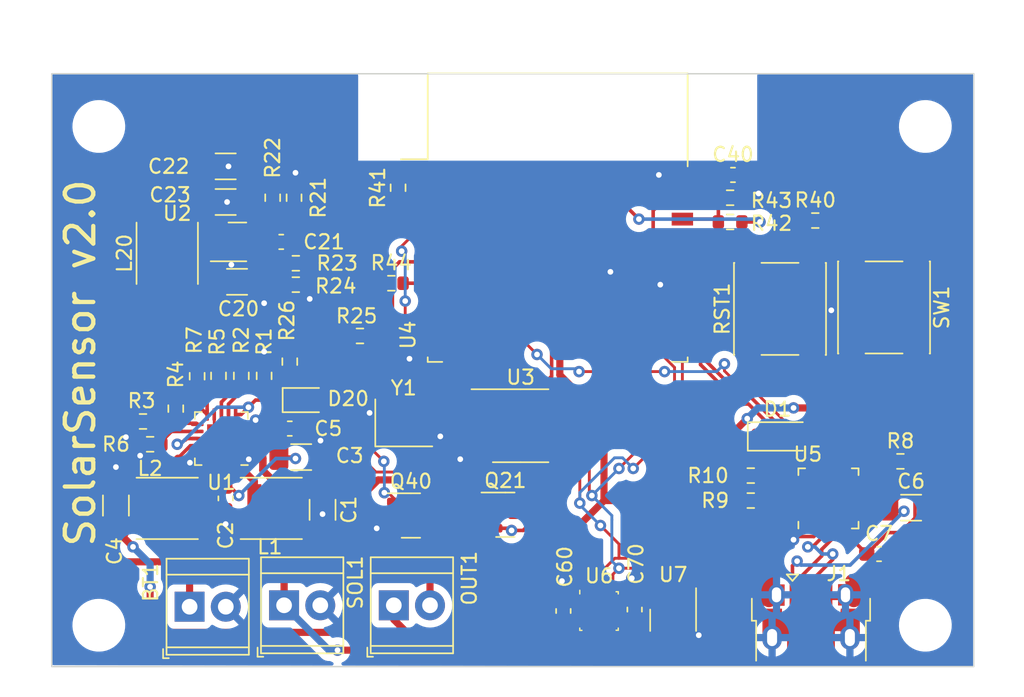
<source format=kicad_pcb>
(kicad_pcb (version 20221018) (generator pcbnew)
  (layers (0 "F.Cu" signal) (31 "B.Cu" signal) (34 "B.Paste" user) (35 "F.Paste" user) (36 "B.SilkS" user "B.Silkscreen") (37 "F.SilkS" user "F.Silkscreen") (38 "B.Mask" user) (39 "F.Mask" user) (44 "Edge.Cuts" user))
  (net 0 "")
  (net 1 "GND")
  (net 2 "VDC")
  (net 3 "SOLAR_IN")
  (net 4 "Net-(U1-VOC_SAMP)")
  (net 5 "+3.3VP")
  (net 6 "Net-(U1-VREF_SAMP)")
  (net 7 "Net-(D1-A)")
  (net 8 "+3V3")
  (net 9 "ESP_RXD")
  (net 10 "Net-(U5-VDD)")
  (net 11 "Net-(U2-VINA)")
  (net 12 "Net-(U4-TOUT)")
  (net 13 "Net-(J1-D-)")
  (net 14 "Net-(J1-D+)")
  (net 16 "V_EN")
  (net 17 "_RTC_ALERT")
  (net 18 "ESP_TXD")
  (net 19 "Net-(U1-LBOOST)")
  (net 20 "Net-(U1-LBUCK)")
  (net 21 "Net-(U2-L1)")
  (net 22 "Net-(U2-L2)")
  (net 23 "Net-(OUT1-Pin_2)")
  (net 24 "Net-(Q40-G)")
  (net 25 "PSAVE")
  (net 26 "POWER_EN")
  (net 27 "/VBAT_OK")
  (net 28 "Net-(U1-VBAT_OV)")
  (net 29 "Net-(U1-VRDIV)")
  (net 30 "/SDA")
  (net 31 "/SCL")
  (net 32 "Net-(U1-OK_PROG)")
  (net 33 "Net-(U1-OK_HYST)")
  (net 34 "/RST")
  (net 35 "Net-(U1-VOUT_SET)")
  (net 36 "Net-(U5-~{RST})")
  (net 37 "Net-(U5-TXD)")
  (net 38 "Net-(U5-RXD)")
  (net 39 "Net-(U2-FB)")
  (net 40 "Net-(U4-EN)")
  (net 41 "Net-(U4-IO15)")
  (net 42 "Net-(U4-IO0)")
  (net 43 "Net-(U3-OSCI)")
  (net 44 "Net-(U3-OSCO)")
  (footprint "MountingHole:MountingHole_3.2mm_M3" (layer "F.Cu") (at 199 128)
    (fp_text reference "H4" hide)
    (fp_text value "MountingHole_Pad")
  )
  (footprint "TerminalBlock_TE-Connectivity:TerminalBlock_TE_282834-2_1x02_P2.54mm_Horizontal" (layer "F.Cu") (at 154 126.6)
    (fp_text reference "SOL1")
    (fp_text value "Screw_Terminal_01x02")
  )
  (footprint "Button_Switch_SMD:SW_Push_1P1T_NO_6x6mm_H9.5mm" (layer "F.Cu") (at 196.1 105.7 -90)
    (fp_text reference "SW1")
    (fp_text value "SW_Push")
  )
  (footprint "RF_Module:ESP-WROOM-02" (layer "F.Cu") (at 173.2 102.5)
    (fp_text reference "U4")
    (fp_text value "ESP-WROOM-02")
  )
  (footprint "Package_SO:SOIC-8_3.9x4.9mm_P1.27mm" (layer "F.Cu") (at 170.6 114)
    (fp_text reference "U3")
    (fp_text value "PCF8563T")
  )
  (footprint "Resistor_SMD:R_0603_1608Metric" (layer "F.Cu") (at 149.4 110.5 90)
    (fp_text reference "R5")
    (fp_text value "154k")
  )
  (footprint "Package_DFN_QFN:QFN-20-1EP_3.5x3.5mm_P0.5mm_EP2x2mm" (layer "F.Cu") (at 149.6 114.9 180)
    (fp_text reference "U1")
    (fp_text value "BQ25570")
  )
  (footprint "Resistor_SMD:R_0603_1608Metric" (layer "F.Cu") (at 146.4 112.8 90)
    (fp_text reference "R4")
    (fp_text value "5.49M")
  )
  (footprint "Diode_SMD:D_SOD-123F" (layer "F.Cu") (at 188.75 114.75)
    (fp_text reference "D1")
    (fp_text value "PMEG6010CEH")
  )
  (footprint "Connector_USB:USB_Micro-B_Amphenol_10103594-0001LF_Horizontal" (layer "F.Cu") (at 191 127.75)
    (fp_text reference "J1")
    (fp_text value "USB_B_Micro")
  )
  (footprint "Capacitor_SMD:C_1206_3216Metric_Pad1.33x1.80mm_HandSolder" (layer "F.Cu") (at 149.9 95.8)
    (fp_text reference "C22")
    (fp_text value "22uF")
  )
  (footprint "MountingHole:MountingHole_3.2mm_M3" (layer "F.Cu") (at 199 93)
    (fp_text reference "H2" hide)
    (fp_text value "MountingHole_Pad")
  )
  (footprint "Capacitor_SMD:C_1206_3216Metric_Pad1.33x1.80mm_HandSolder" (layer "F.Cu") (at 149.9 98.3)
    (fp_text reference "C23")
    (fp_text value "22uF")
  )
  (footprint "Capacitor_SMD:C_1206_3216Metric_Pad1.33x1.80mm_HandSolder" (layer "F.Cu") (at 155.2 116.2)
    (fp_text reference "C3")
    (fp_text value "10uF")
  )
  (footprint "Resistor_SMD:R_0603_1608Metric" (layer "F.Cu") (at 162 97.3 90)
    (fp_text reference "R41")
    (fp_text value "10k")
  )
  (footprint "Resistor_SMD:R_0603_1608Metric" (layer "F.Cu") (at 152.6 110.5 90)
    (fp_text reference "R1")
    (fp_text value "5.62M")
  )
  (footprint "Capacitor_SMD:C_1206_3216Metric_Pad1.33x1.80mm_HandSolder" (layer "F.Cu") (at 156.7 119.9 -90)
    (fp_text reference "C1")
    (fp_text value "10uF")
  )
  (footprint "Inductor_SMD:L_Coilcraft_XxL4040" (layer "F.Cu") (at 145.8 101.9 90)
    (fp_text reference "L20")
    (fp_text value "2.2uH")
  )
  (footprint "Inductor_SMD:L_Coilcraft_XxL4040" (layer "F.Cu") (at 153.1 119.8 180)
    (fp_text reference "L1")
    (fp_text value "22uH")
  )
  (footprint "Package_LGA:Bosch_LGA-8_3x3mm_P0.8mm_ClockwisePinNumbering" (layer "F.Cu") (at 181.3 126.9)
    (fp_text reference "U7")
    (fp_text value "BME680")
  )
  (footprint "Resistor_SMD:R_0603_1608Metric" (layer "F.Cu") (at 159.325 107.7 180)
    (fp_text reference "R25")
    (fp_text value "1k")
  )
  (footprint "Package_DFN_QFN:QFN-24-1EP_4x4mm_P0.5mm_EP2.6x2.6mm" (layer "F.Cu") (at 192.2 119.1 90)
    (fp_text reference "U5")
    (fp_text value "CP2102N-Axx-xQFN24")
  )
  (footprint "Capacitor_SMD:C_0603_1608Metric_Pad1.08x0.95mm_HandSolder" (layer "F.Cu") (at 173.6 127 90)
    (fp_text reference "C60")
    (fp_text value "100nF")
  )
  (footprint "Resistor_SMD:R_0603_1608Metric" (layer "F.Cu") (at 154.825 102.6 180)
    (fp_text reference "R23")
    (fp_text value "DNC")
  )
  (footprint "Resistor_SMD:R_0603_1608Metric" (layer "F.Cu") (at 154.4 109.5 -90)
    (fp_text reference "R26")
    (fp_text value "DNC")
  )
  (footprint "Capacitor_SMD:C_0603_1608Metric_Pad1.08x0.95mm_HandSolder" (layer "F.Cu") (at 153.8 101.1)
    (fp_text reference "C21")
    (fp_text value "100nF")
  )
  (footprint "Capacitor_SMD:C_1206_3216Metric_Pad1.33x1.80mm_HandSolder" (layer "F.Cu") (at 142.2 119.6 90)
    (fp_text reference "C4")
    (fp_text value "10uF")
  )
  (footprint "Capacitor_SMD:C_0603_1608Metric_Pad1.08x0.95mm_HandSolder" (layer "F.Cu") (at 154.4 114.2)
    (fp_text reference "C5")
    (fp_text value "10nF")
  )
  (footprint "Resistor_SMD:R_0603_1608Metric" (layer "F.Cu") (at 144.6 115.3 180)
    (fp_text reference "R6")
    (fp_text value "4.7M")
  )
  (footprint "Package_LGA:Bosch_LGA-8_2.5x2.5mm_P0.65mm_ClockwisePinNumbering" (layer "F.Cu") (at 176.1 127)
    (fp_text reference "U6")
    (fp_text value "BME280")
  )
  (footprint "Package_TO_SOT_SMD:SOT-23" (layer "F.Cu") (at 162.9 120.3)
    (fp_text reference "Q40")
    (fp_text value "AO3400A")
  )
  (footprint "Resistor_SMD:R_0603_1608Metric" (layer "F.Cu") (at 185.3 99.7)
    (fp_text reference "R42")
    (fp_text value "820k")
  )
  (footprint "TerminalBlock_TE-Connectivity:TerminalBlock_TE_282834-2_1x02_P2.54mm_Horizontal" (layer "F.Cu") (at 161.7 126.6)
    (fp_text reference "OUT1")
    (fp_text value "Screw_Terminal_01x02")
  )
  (footprint "Resistor_SMD:R_0603_1608Metric" (layer "F.Cu") (at 154.825 104.1)
    (fp_text reference "R24")
    (fp_text value "1k")
  )
  (footprint "MountingHole:MountingHole_3.2mm_M3" (layer "F.Cu") (at 141 93)
    (fp_text reference "H1" hide)
    (fp_text value "MountingHole_Pad")
  )
  (footprint "Resistor_SMD:R_0603_1608Metric" (layer "F.Cu") (at 161.525 104)
    (fp_text reference "R44")
    (fp_text value "10k")
  )
  (footprint "TerminalBlock_TE-Connectivity:TerminalBlock_TE_282834-2_1x02_P2.54mm_Horizontal" (layer "F.Cu") (at 147.37 126.7)
    (fp_text reference "BT1")
    (fp_text value "Battery_Cell")
  )
  (footprint "Button_Switch_SMD:SW_Push_1P1T_NO_6x6mm_H9.5mm" (layer "F.Cu") (at 188.8 105.8 90)
    (fp_text reference "RST1")
    (fp_text value "SW_Push")
  )
  (footprint "Crystal:Crystal_SMD_3225-4Pin_3.2x2.5mm" (layer "F.Cu") (at 162.4 113.8)
    (fp_text reference "Y1")
    (fp_text value "Crystal_GND24")
  )
  (footprint "Capacitor_SMD:C_1206_3216Metric_Pad1.33x1.80mm_HandSolder" (layer "F.Cu") (at 198 119.75)
    (fp_text reference "C6")
    (fp_text value "10uF")
  )
  (footprint "Resistor_SMD:R_0603_1608Metric" (layer "F.Cu") (at 147.9 110.525 -90)
    (fp_text reference "R7")
    (fp_text value "8.2M")
  )
  (footprint "Resistor_SMD:R_0603_1608Metric" (layer "F.Cu") (at 154.7 98 90)
    (fp_text reference "R21")
    (fp_text value "180k")
  )
  (footprint "Resistor_SMD:R_0603_1608Metric" (layer "F.Cu") (at 151 110.5 -90)
    (fp_text reference "R2")
    (fp_text value "7.32M")
  )
  (footprint "Resistor_SMD:R_0603_1608Metric" (layer "F.Cu") (at 191.275 99.6)
    (fp_text reference "R40")
    (fp_text value "10k")
  )
  (footprint "Inductor_SMD:L_Coilcraft_XxL4040" (layer "F.Cu") (at 145.8 119.8 180)
    (fp_text reference "L2")
    (fp_text value "10uH")
  )
  (footprint "Resistor_SMD:R_0603_1608Metric" (layer "F.Cu") (at 197.25 116.5)
    (fp_text reference "R8")
    (fp_text value "1k")
  )
  (footprint "Capacitor_SMD:C_1206_3216Metric_Pad1.33x1.80mm_HandSolder" (layer "F.Cu") (at 150.7 103.9)
    (fp_text reference "C20")
    (fp_text value "10uF")
  )
  (footprint "Capacitor_SMD:C_0603_1608Metric_Pad1.08x0.95mm_HandSolder" (layer "F.Cu") (at 195.75 123)
    (fp_text reference "C7")
    (fp_text value "100nF")
  )
  (footprint "Resistor_SMD:R_0603_1608Metric" (layer "F.Cu") (at 153.2 98 -90)
    (fp_text reference "R22")
    (fp_text value "1M")
  )
  (footprint "Capacitor_SMD:C_0603_1608Metric_Pad1.08x0.95mm_HandSolder" (layer "F.Cu") (at 178.6 126.9 90)
    (fp_text reference "C70")
    (fp_text value "100nF")
  )
  (footprint "Resistor_SMD:R_0603_1608Metric" (layer "F.Cu") (at 185.3 98 180)
    (fp_text reference "R43")
    (fp_text value "220k")
  )
  (footprint "Diode_SMD:D_SOD-323F" (layer "F.Cu") (at 155.4 112.2)
    (fp_text reference "D20")
    (fp_text value "PMEG4005CEJ")
  )
  (footprint "Resistor_SMD:R_0603_1608Metric" (layer "F.Cu") (at 186.75 117.5 180)
    (fp_text reference "R10")
    (fp_text value "2.2k")
  )
  (footprint "Package_TO_SOT_SMD:SOT-23" (layer "F.Cu") (at 169.525296 120.246724)
    (fp_text reference "Q21")
    (fp_text value "AO3401A")
  )
  (footprint "Resistor_SMD:R_0603_1608Metric" (layer "F.Cu") (at 144.1 113.7 180)
    (fp_text reference "R3")
    (fp_text value "5.62M")
  )
  (footprint "Resistor_SMD:R_0603_1608Metric" (layer "F.Cu") (at 186.75 119.25 180)
    (fp_text reference "R9")
    (fp_text value "2.2k")
  )
  (footprint "MountingHole:MountingHole_3.2mm_M3" (layer "F.Cu") (at 141 128)
    (fp_text reference "H3" hide)
    (fp_text value "MountingHole_Pad")
  )
  (footprint "Package_SON:WSON-10-1EP_2.5x2.5mm_P0.5mm_EP1.2x2mm" (layer "F.Cu") (at 150.1 101.1)
    (fp_text reference "U2")
    (fp_text value "TPS63030DSK")
  )
  (footprint "Capacitor_SMD:C_0603_1608Metric_Pad1.08x0.95mm_HandSolder" (layer "F.Cu") (at 149.9 119.1 -90)
    (fp_text reference "C2")
    (fp_text value "10nF")
  )
  (footprint "Capacitor_SMD:C_0603_1608Metric_Pad1.08x0.95mm_HandSolder" (layer "F.Cu") (at 185.5 96.4)
    (fp_text reference "C40")
    (fp_text value "100nF")
  )
  (gr_rect (start 137.7 89.3) (end 202.4 130.9) (stroke (width 0.1)) (fill none) (layer "Edge.Cuts"))
  (gr_text "SolarSensor v2.0\n" (at 139.7 109.6 90) (layer "F.SilkS") (effects (font (size 2 2) (thickness 0.3))))
  (segment (start 180.4 96.5) (end 180.3 96.4) (width 0.2) (layer "F.Cu") (net 1))
  (segment (start 151.23798 115.85048) (end 150.55048 115.85048) (width 0.2) (layer "F.Cu") (net 1))
  (segment (start 161.3 112.95) (end 160.15952 112.95) (width 0.25) (layer "F.Cu") (net 1))
  (segment (start 181.95 104) (end 180.5 104) (width 0.2) (layer "F.Cu") (net 1))
  (segment (start 150.55048 113.94952) (end 149.6 114.9) (width 0.2) (layer "F.Cu") (net 1))
  (segment (start 150.1 102.5) (end 150.3 102.7) (width 0.25) (layer "F.Cu") (net 1))
  (segment (start 152.2625 105.0625) (end 152.6 105.4) (width 0.25) (layer "F.Cu") (net 1))
  (segment (start 149.1 114.4) (end 149.6 114.9) (width 0.2) (layer "F.Cu") (net 1))
  (segment (start 193.975 126.235) (end 193.975 125.015) (width 1) (layer "F.Cu") (net 1))
  (segment (start 193.875 125.865) (end 193.875 125.7375) (width 0.25) (layer "F.Cu") (net 1))
  (segment (start 155.2625 114.7) (end 156.7625 116.2) (width 0.5) (layer "F.Cu") (net 1))
  (segment (start 143.9 115.8) (end 143.9 116.1) (width 0.25) (layer "F.Cu") (net 1))
  (segment (start 149.9 119.9625) (end 149.9 120.9) (width 0.2) (layer "F.Cu") (net 1))
  (segment (start 143.275 113.7) (end 143.275 114.425) (width 0.2) (layer "F.Cu") (net 1))
  (segment (start 191.17474 121.775) (end 189.975 121.775) (width 0.25) (layer "F.Cu") (net 1))
  (segment (start 149.1 115.4) (end 149.6 114.9) (width 0.2) (layer "F.Cu") (net 1))
  (segment (start 199.5625 120.9375) (end 199.5625 119.75) (width 0.25) (layer "F.Cu") (net 1))
  (segment (start 150.55048 115.85048) (end 149.6 114.9) (width 0.2) (layer "F.Cu") (net 1))
  (segment (start 152.6 109.675) (end 152.6 108.8) (width 0.5) (layer "F.Cu") (net 1))
  (segment (start 151.4625 98.3) (end 151.4625 95.8) (width 0.25) (layer "F.Cu") (net 1))
  (segment (start 163.4 114.65) (end 161.7 112.95) (width 0.25) (layer "F.Cu") (net 1))
  (segment (start 149.1 113.2125) (end 149.1 114.4) (width 0.2) (layer "F.Cu") (net 1))
  (segment (start 192.275 125.985) (end 193.275 125.985) (width 0.5) (layer "F.Cu") (net 1))
  (segment (start 193.275 125.985) (end 193.395 125.865) (width 0.5) (layer "F.Cu") (net 1))
  (segment (start 151.2875 115.9) (end 151.2875 116.117857) (width 0.2) (layer "F.Cu") (net 1))
  (segment (start 192.4 105.9) (end 193.6 105.9) (width 0.2) (layer "F.Cu") (net 1))
  (segment (start 151.2875 113.9) (end 151.7 113.9) (width 0.2) (layer "F.Cu") (net 1))
  (segment (start 151.2875 116.117857) (end 151.523327 116.353684) (width 0.2) (layer "F.Cu") (net 1))
  (segment (start 155.65 104.1) (end 155.65 104.95) (width 0.25) (layer "F.Cu") (net 1))
  (segment (start 150.6 100.6) (end 150.1 101.1) (width 0.25) (layer "F.Cu") (net 1))
  (segment (start 161.9625 121.25) (end 160.55 121.25) (width 0.25) (layer "F.Cu") (net 1))
  (segment (start 196.6125 123) (end 197.5 123) (width 0.25) (layer "F.Cu") (net 1))
  (segment (start 152.2625 103.9) (end 152.2625 105.0625) (width 0.25) (layer "F.Cu") (net 1))
  (segment (start 190.015 128.185) (end 188.515 128.185) (width 1) (layer "F.Cu") (net 1))
  (segment (start 147.9125 115.9) (end 147.96202 115.85048) (width 0.2) (layer "F.Cu") (net 1))
  (segment (start 164.45 108.5) (end 163.6 108.5) (width 0.25) (layer "F.Cu") (net 1))
  (segment (start 193.975 125.015) (end 193.875 124.915) (width 1) (layer "F.Cu") (net 1))
  (segment (start 156.7625 116.2) (end 156.7625 115.251744) (width 0.5) (layer "F.Cu") (net 1))
  (segment (start 191.45 119.85) (end 192.2 119.1) (width 0.25) (layer "F.Cu") (net 1))
  (segment (start 187 98) (end 187.3 97.7) (width 0.2) (layer "F.Cu") (net 1))
  (segment (start 152.105184 100.6) (end 152.404704 100.30048) (width 0.25) (layer "F.Cu") (net 1))
  (segment (start 164.866072 114.65) (end 164.962796 114.746724) (width 0.25) (layer "F.Cu") (net 1))
  (segment (start 163.6 108.5) (end 162.8 109.3) (width 0.25) (layer "F.Cu") (net 1))
  (segment (start 175.125 126.349022) (end 175.125 125.975) (width 0.2) (layer "F.Cu") (net 1))
  (segment (start 154.7 97.175) (end 154.7 96.35) (width 0.5) (layer "F.Cu") (net 1))
  (segment (start 173.7625 125.975) (end 173.6 126.1375) (width 0.2) (layer "F.Cu") (net 1))
  (segment (start 152.404704 100.30048) (end 153.86298 100.30048) (width 0.25) (layer "F.Cu") (net 1))
  (segment (start 182.5 128.1) (end 183.1 128.7) (width 0.25) (layer "F.Cu") (net 1))
  (segment (start 180.5 104) (end 180.4 104.1) (width 0.2) (layer "F.Cu") (net 1))
  (segment (start 175.125 125.975) (end 173.7625 125.975) (width 0.2) (layer "F.Cu") (net 1))
  (segment (start 160.053276 113.046724) (end 160 113.1) (width 0.25) (layer "F.Cu") (net 1))
  (segment (start 159.6 105.1) (end 160.7 104) (width 0.25) (layer "F.Cu") (net 1))
  (segment (start 197.5 123) (end 199.5625 120.9375) (width 0.25) (layer "F.Cu") (net 1))
  (segment (start 173.6 125) (end 173.5 124.9) (width 0.2) (layer "F.Cu") (net 1))
  (segment (start 188.025 125.035) (end 188.125 124.935) (width 1) (layer "F.Cu") (net 1))
  (segment (start 151.2875 113.9) (end 151.23798 113.94952) (width 0.2) (layer "F.Cu") (net 1))
  (segment (start 166.80452 115.905) (end 166.362796 116.346724) (width 0.25) (layer "F.Cu") (net 1))
  (segment (start 160.062796 113.046724) (end 160.053276 113.046724) (width 0.25) (layer "F.Cu") (net 1))
  (segment (start 188.025 126.235) (end 188.025 125.035) (width 1) (layer "F.Cu") (net 1))
  (segment (start 191.05 106.15) (end 191.05 101.825) (width 0.2) (layer "F.Cu") (net 1))
  (segment (start 155.65 104.95) (end 155.8 105.1) (width 0.25) (layer "F.Cu") (net 1))
  (segment (start 144.075 115.925) (end 143.9 116.1) (width 0.25) (layer "F.Cu") (net 1))
  (segment (start 188.515 128.185) (end 188.245 127.915) (width 1) (layer "F.Cu") (net 1))
  (segment (start 142.9 114.8) (end 143.9 115.8) (width 0.25) (layer "F.Cu") (net 1))
  (segment (start 186.125 98) (end 187 98) (width 0.2) (layer "F.Cu") (net 1))
  (segment (start 174.3 103.11) (end 176.81 103.11) (width 0.2) (layer "F.Cu") (net 1))
  (segment (start 148.8875 101.1) (end 150.1 101.1) (width 0.25) (layer "F.Cu") (net 1))
  (segment (start 155.8 105.1) (end 159.6 105.1) (width 0.25) (layer "F.Cu") (net 1))
  (segment (start 160.55 121.25) (end 160.5 121.2) (width 0.25) (layer "F.Cu") (net 1))
  (segment (start 153.86298 100.30048) (end 154.6625 101.1) (width 0.25) (layer "F.Cu") (net 1))
  (segment (start 155.2625 114.2) (end 155.2625 114.7) (width 0.5) (layer "F.Cu") (net 1))
  (segment (start 163.5 114.65) (end 164.866072 114.65) (width 0.25) (layer "F.Cu") (net 1))
  (segment (start 193.875 125.7375) (end 196.6125 123) (width 0.25) (layer "F.Cu") (net 1))
  (segment (start 189.975 121.775) (end 189.75 122) (width 0.25) (layer "F.Cu") (net 1))
  (segment (start 173.6 126.1375) (end 173.6 125) (width 0.2) (layer "F.Cu") (net 1))
  (segment (start 148.64952 115.85048) (end 149.6 114.9) (width 0.2) (layer "F.Cu") (net 1))
  (segment (start 151.3125 100.6) (end 152.105184 100.6) (width 0.25) (layer "F.Cu") (net 1))
  (segment (start 186.3625 97.7625) (end 186.125 98) (width 0.2) (layer "F.Cu") (net 1))
  (segment (start 191.45 121.49974) (end 191.17474 121.775) (width 0.25) (layer "F.Cu") (net 1))
  (segment (start 147.96202 115.85048) (end 148.64952 115.85048) (width 0.2) (layer "F.Cu") (net 1))
  (segment (start 143.1 116.9) (end 143.9 116.1) (width 0.2) (layer "F.Cu") (net 1))
  (segment (start 192.15 106.15) (end 192.4 105.9) (width 0.2) (layer "F.Cu") (net 1))
  (segment (start 191.05 106.15) (end 192.15 106.15) (width 0.2) (layer "F.Cu") (net 1))
  (segment (start 151.7 113.9) (end 152 113.6) (width 0.2) (layer "F.Cu") (net 1))
  (segment (start 156.7 121.4625) (end 156.7 120.2) (width 0.5) (layer "F.Cu") (net 1))
  (segment (start 163.5 114.65) (end 163.4 114.65) (width 0.25) (layer "F.Cu") (net 1))
  (segment (start 191.05 109.775) (end 191.05 106.15) (width 0.2) (layer "F.Cu") (net 1))
  (segment (start 147.9125 116.073624) (end 147.393062 116.593062) (width 0.25) (layer "F.Cu") (net 1))
  (segment (start 178.925 125.7125) (end 178.6 126.0375) (width 0.2) (layer "F.Cu") (net 1))
  (segment (start 147.9125 115.9) (end 147.9125 116.073624) (width 0.25) (layer "F.Cu") (net 1))
  (segment (start 156.7625 115.251744) (end 156.555378 115.044622) (width 0.5) (layer "F.Cu") (net 1))
  (segment (start 193.705 127.915) (end 192.205 127.915) (width 1) (layer "F.Cu") (net 1))
  (segment (start 176.81 103.11) (end 176.9 103.2) (width 0.2) (layer "F.Cu") (net 1))
  (segment (start 168.125 115.905) (end 166.80452 115.905) (width 0.25) (layer "F.Cu") (net 1))
  (segment (start 178.6 124.9) (end 178.4 124.7) (width 0.2) (layer "F.Cu") (net 1))
  (segment (start 143.275 114.425) (end 142.9 114.8) (width 0.2) (layer "F.Cu") (net 1))
  (segment (start 161.7 112.95) (end 161.3 112.95) (width 0.25) (layer "F.Cu") (net 1))
  (segment (start 151.4625 98.3) (end 150 98.3) (width 0.25) (layer "F.Cu") (net 1))
  (segment (start 191.45 121.0375) (end 191.45 119.85) (width 0.25) (layer "F.Cu") (net 1))
  (segment (start 193.85 109.675) (end 193.85 101.725) (width 0.2) (layer "F.Cu") (net 1))
  (segment (start 177.075 128.025) (end 177.075 127.5625) (width 0.25) (layer "F.Cu") (net 1))
  (segment (start 152.6 109.675) (end 153.775 109.675) (width 0.5) (layer "F.Cu") (net 1))
  (segment (start 192.205 127.915) (end 191.935 128.185) (width 1) (layer "F.Cu") (net 1))
  (segment (start 151.2875 115.9) (end 151.23798 115.85048) (width 0.2) (layer "F.Cu") (net 1))
  (segment (start 151.23798 113.94952) (end 150.55048 113.94952) (width 0.2) (layer "F.Cu") (net 1))
  (segment (start 177.075 127.5625) (end 178.6 126.0375) (width 0.25) (layer "F.Cu") (net 1))
  (segment (start 181.95 96.5) (end 180.4 96.5) (width 0.2) (layer "F.Cu") (net 1))
  (segment (start 180.1 125.7125) (end 178.925 125.7125) (width 0.2) (layer "F.Cu") (net 1))
  (segment (start 178.6 126.0375) (end 178.6 124.9) (width 0.2) (layer "F.Cu") (net 1))
  (segment (start 182.5 128.0875) (end 182.5 128.1) (width 0.25) (layer "F.Cu") (net 1))
  (segment (start 160.15952 112.95) (end 160.062796 113.046724) (width 0.25) (layer "F.Cu") (net 1))
  (segment (start 180.1 126.7) (end 180.1 125.7125) (width 0.2) (layer "F.Cu") (net 1))
  (segment (start 180.9 127.5) (end 180.1 126.7) (width 0.2) (layer "F.Cu") (net 1))
  (segment (start 154.7 96.35) (end 154.8005 96.2495) (width 0.5) (layer "F.Cu") (net 1))
  (segment (start 149.1 116.5875) (end 149.1 115.4) (width 0.2) (layer "F.Cu") (net 1))
  (segment (start 175.775 126.999022) (end 175.125 126.349022) (width 0.2) (layer "F.Cu") (net 1))
  (segment (start 142.2 118.0375) (end 142.2 116.9) (width 0.2) (layer "F.Cu") (net 1))
  (segment (start 144.075 115.3) (end 144.075 115.925) (width 0.25) (layer "F.Cu") (net 1))
  (segment (start 175.775 128.025) (end 175.775 126.999022) (width 0.2) (layer "F.Cu") (net 1))
  (segment (start 191.45 121.0375) (end 191.45 121.49974) (width 0.25) (layer "F.Cu") (net 1))
  (segment (start 147.9125 115.9) (end 148.212989 115.9) (width 0.25) (layer "F.Cu") (net 1))
  (segment (start 150.1 101.1) (end 150.1 102.5) (width 0.25) (layer "F.Cu") (net 1))
  (segment (start 142.2 116.9) (end 143.1 116.9) (width 0.2) (layer "F.Cu") (net 1))
  (segment (start 151.4625 95.8) (end 150.1 95.8) (width 0.25) (layer "F.Cu") (net 1))
  (segment (start 180.9 128.0875) (end 180.9 127.5) (width 0.2) (layer "F.Cu") (net 1))
  (segment (start 151.3125 100.6) (end 150.6 100.6) (width 0.25) (layer "F.Cu") (net 1))
  (segment (start 193.6 105.9) (end 193.7 105.8) (width 0.2) (layer "F.Cu") (net 1))
  (segment (start 186.3625 96.4) (end 186.3625 97.7625) (width 0.2) (layer "F.Cu") (net 1))
  (segment (start 153.775 109.675) (end 154.5 110.4) (width 0.5) (layer "F.Cu") (net 1))
  (via (at 173.5 124.9) (size 0.8) (drill 0.4) (layers "F.Cu" "B.Cu") (net 1))
  (via (at 156.555378 115.044622) (size 0.8) (drill 0.4) (layers "F.Cu" "B.Cu") (net 1))
  (via (at 154.8005 96.2495) (size 0.8) (drill 0.4) (layers "F.Cu" "B.Cu") (net 1))
  (via (at 178.4 124.7) (size 0.8) (drill 0.4) (layers "F.Cu" "B.Cu") (net 1))
  (via (at 149.9 120.9) (size 0.8) (drill 0.4) (layers "F.Cu" "B.Cu") (net 1))
  (via (at 151.523327 116.353684) (size 0.8) (drill 0.4) (layers "F.Cu" "B.Cu") (net 1))
  (via (at 142.9 114.8) (size 0.8) (drill 0.4) (layers "F.Cu" "B.Cu") (net 1))
  (via (at 192.4 105.9) (size 0.8) (drill 0.4) (layers "F.Cu" "B.Cu") (net 1))
  (via (at 166.362796 116.346724) (size 0.8) (drill 0.4) (layers "F.Cu" "B.Cu") (net 1))
  (via (at 147.393062 116.593062) (size 0.8) (drill 0.4) (layers "F.Cu" "B.Cu") (net 1))
  (via (at 152.6 108.8) (size 0.8) (drill 0.4) (layers "F.Cu" "B.Cu") (net 1))
  (via (at 150.3 102.7) (size 0.8) (drill 0.4) (layers "F.Cu" "B.Cu") (net 1))
  (via (at 189.75 122) (size 0.8) (drill 0.4) (layers "F.Cu" "B.Cu") (net 1))
  (via (at 160.5 121.2) (size 0.8) (drill 0.4) (layers "F.Cu" "B.Cu") (net 1))
  (via (at 183.1 128.7) (size 0.8) (drill 0.4) (layers "F.Cu" "B.Cu") (net 1))
  (via (at 180.3 96.4) (size 0.8) (drill 0.4) (layers "F.Cu" "B.Cu") (net 1))
  (via (at 155.8 105.1) (size 0.8) (drill 0.4) (layers "F.Cu" "B.Cu") (net 1))
  (via (at 160 113.1) (size 0.8) (drill 0.4) (layers "F.Cu" "B.Cu") (net 1))
  (via (at 162.8 109.3) (size 0.8) (drill 0.4) (layers "F.Cu" "B.Cu") (net 1))
  (via (at 176.9 103.2) (size 0.8) (drill 0.4) (layers "F.Cu" "B.Cu") (net 1))
  (via (at 180.4 104.1) (size 0.8) (drill 0.4) (layers "F.Cu" "B.Cu") (net 1))
  (via (at 142.2 116.9) (size 0.8) (drill 0.4) (layers "F.Cu" "B.Cu") (net 1))
  (via (at 143.9 116.1) (size 0.8) (drill 0.4) (layers "F.Cu" "B.Cu") (net 1))
  (via (at 156.7 120.2) (size 0.8) (drill 0.4) (layers "F.Cu" "B.Cu") (net 1))
  (via (at 150 98.3) (size 0.8) (drill 0.4) (layers "F.Cu" "B.Cu") (net 1))
  (via (at 164.962796 114.746724) (size 0.8) (drill 0.4) (layers "F.Cu" "B.Cu") (net 1))
  (via (at 187.3 97.7) (size 0.8) (drill 0.4) (layers "F.Cu" "B.Cu") (net 1))
  (via (at 152 113.6) (size 0.8) (drill 0.4) (layers "F.Cu" "B.Cu") (net 1))
  (via (at 152.6 105.4) (size 0.8) (drill 0.4) (layers "F.Cu" "B.Cu") (net 1))
  (via (at 150.1 95.8) (size 0.8) (drill 0.4) (layers "F.Cu" "B.Cu") (net 1))
  (segment (start 141.45 123.55) (end 139.8 121.9) (width 0.5) (layer "F.Cu") (net 2))
  (segment (start 148.45 123.55) (end 148.8 123.2) (width 0.5) (layer "F.Cu") (net 2))
  (segment (start 175.125489 95.725489) (end 178.9 99.5) (width 0.25) (layer "F.Cu") (net 2))
  (segment (start 143.25 98.75) (end 148.124031 93.875969) (width 0.25) (layer "F.Cu") (net 2))
  (segment (start 148.7 121.73) (end 148.7 118.9) (width 0.3) (layer "F.Cu") (net 2))
  (segment (start 155.375969 93.875969) (end 157.225489 95.725489) (width 0.25) (layer "F.Cu") (net 2))
  (segment (start 148.124031 93.875969) (end 155.375969 93.875969) (width 0.25) (layer "F.Cu") (net 2))
  (segment (start 145.16875 106.26875) (end 143.25 104.35) (width 0.25) (layer "F.Cu") (net 2))
  (segment (start 149.5 117.3) (end 149.6 117.2) (width 0.25) (layer "F.Cu") (net 2))
  (segment (start 146.76875 106.26875) (end 145.16875 106.26875) (width 0.25) (layer "F.Cu") (net 2))
  (segment (start 186.125 99.7) (end 187.4 99.7) (width 0.25) (layer "F.Cu") (net 2))
  (segment (start 149.5 117.305184) (end 149.5 117.3) (width 0.25) (layer "F.Cu") (net 2))
  (segment (start 148.7 118.9) (end 148.7 118.6) (width 0.25) (layer "F.Cu") (net 2))
  (segment (start 148.7 118.6) (end 148.976762 118.323238) (width 0.25) (layer "F.Cu") (net 2))
  (segment (start 147.37 126.7) (end 147.37 124.63) (width 0.5) (layer "F.Cu") (net 2))
  (segment (start 148.8875 103.65) (end 149.1375 103.9) (width 0.25) (layer "F.Cu") (net 2))
  (segment (start 148.976762 117.828422) (end 149.5 117.305184) (width 0.25) (layer "F.Cu") (net 2))
  (segment (start 139.8 113.2375) (end 146.76875 106.26875) (width 0.5) (layer "F.Cu") (net 2))
  (segment (start 148.8875 102.1) (end 148.8875 103.65) (width 0.25) (layer "F.Cu") (net 2))
  (segment (start 157.225489 95.725489) (end 175.125489 95.725489) (width 0.25) (layer "F.Cu") (net 2))
  (segment (start 143.25 104.35) (end 143.25 98.75) (width 0.25) (layer "F.Cu") (net 2))
  (segment (start 148.8 117.9) (end 148.8 123.2) (width 0.5) (layer "F.Cu") (net 2))
  (segment (start 147.37 124.63) (end 148.45 123.55) (width 0.5) (layer "F.Cu") (net 2))
  (segment (start 149.6 117.2) (end 149.6 116.5875) (width 0.25) (layer "F.Cu") (net 2))
  (segment (start 146.76875 106.26875) (end 149.1375 103.9) (width 0.5) (layer "F.Cu") (net 2))
  (segment (start 148.45 123.55) (end 141.45 123.55) (width 0.5) (layer "F.Cu") (net 2))
  (segment (start 148.976762 118.323238) (end 148.976762 117.828422) (width 0.25) (layer "F.Cu") (net 2))
  (segment (start 139.8 121.9) (end 139.8 113.2375) (width 0.5) (layer "F.Cu") (net 2))
  (via (at 187.4 99.7) (size 0.8) (drill 0.4) (layers "F.Cu" "B.Cu") (net 2))
  (via (at 178.9 99.5) (size 0.8) (drill 0.4) (layers "F.Cu" "B.Cu") (net 2))
  (segment (start 187.2 99.5) (end 187.4 99.7) (width 0.25) (layer "B.Cu") (net 2))
  (segment (start 178.9 99.5) (end 187.2 99.5) (width 0.25) (layer "B.Cu") (net 2))
  (segment (start 152.5 116.127672) (end 152.17452 115.802192) (width 0.5) (layer "F.Cu") (net 3))
  (segment (start 187.35 114.75) (end 186.638824 114.75) (width 0.5) (layer "F.Cu") (net 3))
  (segment (start 184.5 129) (end 183.75 129.75) (width 0.5) (layer "F.Cu") (net 3))
  (segment (start 154.285 119.8) (end 155.2375 119.8) (width 0.5) (layer "F.Cu") (net 3))
  (segment (start 151.2875 115.4) (end 151.772328 115.4) (width 0.25) (layer "F.Cu") (net 3))
  (segment (start 154.285 118.985) (end 154.285 119.8) (width 0.25) (layer "F.Cu") (net 3))
  (segment (start 152.65048 116.278152) (end 152.65048 117.35048) (width 0.25) (layer "F.Cu") (net 3))
  (segment (start 151.772328 115.4) (end 152.65048 116.278152) (width 0.25) (layer "F.Cu") (net 3))
  (segment (start 184.5 116.888824) (end 184.5 129) (width 0.5) (layer "F.Cu") (net 3))
  (segment (start 152.5 117.11427) (end 152.5 116.127672) (width 0.5) (layer "F.Cu") (net 3))
  (segment (start 155.2375 119.8) (end 156.7 118.3375) (width 0.5) (layer "F.Cu") (net 3))
  (segment (start 152.65048 117.35048) (end 154.285 118.985) (width 0.25) (layer "F.Cu") (net 3))
  (segment (start 154 123.2) (end 154.285 122.915) (width 0.5) (layer "F.Cu") (net 3))
  (segment (start 186.638824 114.75) (end 184.5 116.888824) (width 0.5) (layer "F.Cu") (net 3))
  (segment (start 154.285 118.89927) (end 152.5 117.11427) (width 0.5) (layer "F.Cu") (net 3))
  (segment (start 154 126.6) (end 154 124.57) (width 0.5) (layer "F.Cu") (net 3))
  (segment (start 154.285 122.915) (end 154.285 119.8) (width 0.5) (layer "F.Cu") (net 3))
  (segment (start 154.285 119.8) (end 154.285 118.89927) (width 0.5) (layer "F.Cu") (net 3))
  (segment (start 183.75 129.75) (end 157.75 129.75) (width 0.5) (layer "F.Cu") (net 3))
  (segment (start 154 126.6) (end 154 123.2) (width 0.5) (layer "F.Cu") (net 3))
  (via (at 157.75 129.75) (size 0.8) (drill 0.4) (layers "F.Cu" "B.Cu") (net 3))
  (segment (start 157.75 129.75) (end 157.15 129.75) (width 0.5) (layer "B.Cu") (net 3))
  (segment (start 157.15 129.75) (end 154 126.6) (width 0.5) (layer "B.Cu") (net 3))
  (segment (start 152.3375 114.9) (end 151.2875 114.9) (width 0.25) (layer "F.Cu") (net 4))
  (segment (start 149.9 118.2375) (end 150.1 118.0375) (width 0.25) (layer "F.Cu") (net 4))
  (segment (start 153.6375 116.2) (end 152.3375 114.9) (width 0.25) (layer "F.Cu") (net 4))
  (segment (start 149.9 118.2375) (end 150.162998 118.2375) (width 0.25) (layer "F.Cu") (net 4))
  (segment (start 150.1 118.0375) (end 150.1 116.5875) (width 0.25) (layer "F.Cu") (net 4))
  (segment (start 150.162998 118.2375) (end 150.825498 118.9) (width 0.25) (layer "F.Cu") (net 4))
  (segment (start 154.7 116.2) (end 154.8 116.3) (width 0.25) (layer "F.Cu") (net 4))
  (segment (start 153.6375 116.2) (end 154.7 116.2) (width 0.25) (layer "F.Cu") (net 4))
  (via (at 150.825498 118.9) (size 0.8) (drill 0.4) (layers "F.Cu" "B.Cu") (net 4))
  (via (at 154.8 116.3) (size 0.8) (drill 0.4) (layers "F.Cu" "B.Cu") (net 4))
  (segment (start 150.825498 118.9) (end 153.425498 116.3) (width 0.25) (layer "B.Cu") (net 4))
  (segment (start 153.425498 116.3) (end 154.8 116.3) (width 0.25) (layer "B.Cu") (net 4))
  (segment (start 144.615 118.212672) (end 146.550489 116.277183) (width 0.5) (layer "F.Cu") (net 5))
  (segment (start 144.6 125.3) (end 144.6 126.929022) (width 0.5) (layer "F.Cu") (net 5))
  (segment (start 143.2525 121.1625) (end 144.615 119.8) (width 0.5) (layer "F.Cu") (net 5))
  (segment (start 142.2 121.3) (end 143.4 122.5) (width 0.5) (layer "F.Cu") (net 5))
  (segment (start 142.2 121.1625) (end 142.2 121.3) (width 0.5) (layer "F.Cu") (net 5))
  (segment (start 172.21452 112.095) (end 173.075 112.095) (width 0.25) (layer "F.Cu") (net 5))
  (segment (start 144.615 119.8) (end 144.615 118.212672) (width 0.25) (layer "F.Cu") (net 5))
  (segment (start 172.698928 112.095) (end 173.075 112.095) (width 0.25) (layer "F.Cu") (net 5))
  (segment (start 147.427672 115.4) (end 147.9125 115.4) (width 0.25) (layer "F.Cu") (net 5))
  (segment (start 171.524816 120.593276) (end 171.524816 113.269112) (width 0.25) (layer "F.Cu") (net 5))
  (segment (start 169.962796 121.346724) (end 170.771368 121.346724) (width 0.25) (layer "F.Cu") (net 5))
  (segment (start 158.4 119.998623) (end 160.598623 117.8) (width 0.5) (layer "F.Cu") (net 5))
  (segment (start 168.196724 121.196724) (end 168.587796 121.196724) (width 0.5) (layer "F.Cu") (net 5))
  (segment (start 160.598623 117.8) (end 164.8 117.8) (width 0.5) (layer "F.Cu") (net 5))
  (segment (start 144.615 118.212672) (end 147.427672 115.4) (width 0.25) (layer "F.Cu") (net 5))
  (segment (start 145.5 128.5) (end 158.4 128.5) (width 0.5) (layer "F.Cu") (net 5))
  (segment (start 170.771368 121.346724) (end 171.524816 120.593276) (width 0.25) (layer "F.Cu") (net 5))
  (segment (start 158.4 128.5) (end 158.4 119.998623) (width 0.5) (layer "F.Cu") (net 5))
  (segment (start 142.2 121.1625) (end 143.2525 121.1625) (width 0.5) (layer "F.Cu") (net 5))
  (segment (start 164.8 117.8) (end 168.196724 121.196724) (width 0.5) (layer "F.Cu") (net 5))
  (segment (start 168.587796 121.196724) (end 169.812796 121.196724) (width 0.25) (layer "F.Cu") (net 5))
  (segment (start 144.6 126.929022) (end 145.5 127.829022) (width 0.5) (layer "F.Cu") (net 5))
  (segment (start 169.812796 121.196724) (end 169.962796 121.346724) (width 0.25) (layer "F.Cu") (net 5))
  (segment (start 145.5 127.829022) (end 145.5 128.5) (width 0.5) (layer "F.Cu") (net 5))
  (segment (start 171.524816 113.269112) (end 172.698928 112.095) (width 0.25) (layer "F.Cu") (net 5))
  (via (at 143.4 122.5) (size 0.8) (drill 0.4) (layers "F.Cu" "B.Cu") (net 5))
  (via (at 144.6 125.3) (size 0.8) (drill 0.4) (layers "F.Cu" "B.Cu") (net 5))
  (via (at 169.962796 121.346724) (size 0.8) (drill 0.4) (layers "F.Cu" "B.Cu") (net 5))
  (segment (start 144.6 123.7) (end 144.6 125.3) (width 0.5) (layer "B.Cu") (net 5))
  (segment (start 143.4 122.5) (end 144.6 123.7) (width 0.5) (layer "B.Cu") (net 5))
  (segment (start 153.3375 114.4) (end 153.5375 114.2) (width 0.25) (layer "F.Cu") (net 6))
  (segment (start 151.2875 114.4) (end 153.3375 114.4) (width 0.25) (layer "F.Cu") (net 6))
  (segment (start 197.15 119.0375) (end 197.15 115.65) (width 0.25) (layer "F.Cu") (net 7))
  (segment (start 197.5 120) (end 196.6875 120) (width 0.25) (layer "F.Cu") (net 7))
  (segment (start 196.6875 120) (end 196.4375 119.75) (width 0.25) (layer "F.Cu") (net 7))
  (segment (start 196.4375 119.75) (end 197.15 119.0375) (width 0.25) (layer "F.Cu") (net 7))
  (segment (start 196.3375 119.85) (end 194.1375 119.85) (width 0.25) (layer "F.Cu") (net 7))
  (segment (start 189.675 125.985) (end 189.675 123.825) (width 0.25) (layer "F.Cu") (net 7))
  (segment (start 197.15 115.65) (end 196.25 114.75) (width 0.25) (layer "F.Cu") (net 7))
  (segment (start 194.1375 120.35) (end 194.1375 119.85) (width 0.25) (layer "F.Cu") (net 7))
  (segment (start 189.675 123.825) (end 190 123.5) (width 0.25) (layer "F.Cu") (net 7))
  (segment (start 196.25 114.75) (end 190.15 114.75) (width 0.25) (layer "F.Cu") (net 7))
  (segment (start 196.4375 119.75) (end 196.3375 119.85) (width 0.25) (layer "F.Cu") (net 7))
  (via (at 197.5 120) (size 0.8) (drill 0.4) (layers "F.Cu" "B.Cu") (net 7))
  (via (at 190 123.5) (size 0.8) (drill 0.4) (layers "F.Cu" "B.Cu") (net 7))
  (segment (start 197.5 120) (end 193.725 123.775) (width 0.25) (layer "B.Cu") (net 7))
  (segment (start 193.725 123.775) (end 190.275 123.775) (width 0.25) (layer "B.Cu") (net 7))
  (segment (start 190.275 123.775) (end 190 123.5) (width 0.25) (layer "B.Cu") (net 7))
  (segment (start 176.449501 113.537019) (end 176.449501 119.251876) (width 0.5) (layer "F.Cu") (net 8))
  (segment (start 176.425 128.825) (end 176.425 128.025) (width 0.2) (layer "F.Cu") (net 8))
  (segment (start 166.6 128.8) (end 162.9 128.8) (width 0.5) (layer "F.Cu") (net 8))
  (segment (start 148.3375 95.8) (end 149.68702 94.45048) (width 0.5) (layer "F.Cu") (net 8))
  (segment (start 148.8875 100.1) (end 148.8875 98.85) (width 0.25) (layer "F.Cu") (net 8))
  (segment (start 153.2 95.9) (end 153.2 97.175) (width 0.5) (layer "F.Cu") (net 8))
  (segment (start 176.5 128.9) (end 178.4 128.9) (width 0.2) (layer "F.Cu") (net 8))
  (segment (start 181.7 128.0875) (end 181.7 126.57604) (width 0.2) (layer "F.Cu") (net 8))
  (segment (start 176.425 126.875) (end 176.425 128.025) (width 0.25) (layer "F.Cu") (net 8))
  (segment (start 180.1 128.35) (end 180.65 128.9) (width 0.2) (layer "F.Cu") (net 8))
  (segment (start 181.7 128.8) (end 181.7 128.0875) (width 0.2) (layer "F.Cu") (net 8))
  (segment (start 171.25 105.25) (end 173.35 107.35) (width 0.5) (layer "F.Cu") (net 8))
  (segment (start 181.6 128.9) (end 181.7 128.8) (width 0.2) (layer "F.Cu") (net 8))
  (segment (start 148.8875 98.85) (end 148.3375 98.3) (width 0.25) (layer "F.Cu") (net 8))
  (segment (start 155.65 96.25) (end 155.9 96.5) (width 0.5) (layer "F.Cu") (net 8))
  (segment (start 178.6 128.7) (end 178.6 127.7625) (width 0.2) (layer "F.Cu") (net 8))
  (segment (start 153.2 95.48573) (end 153.28573 95.4) (width 0.5) (layer "F.Cu") (net 8))
  (segment (start 174.4 129) (end 174.8 129) (width 0.2) (layer "F.Cu") (net 8))
  (segment (start 173.6 127.8625) (end 173.6 128.2) (width 0.2) (layer "F.Cu") (net 8))
  (segment (start 197 100.2) (end 197 109.25) (width 0.5) (layer "F.Cu") (net 8))
  (segment (start 180.748124 119.251876) (end 186.5 113.5) (width 0.5) (layer "F.Cu") (net 8))
  (segment (start 181.7 126.57604) (end 180.9 125.77604) (width 0.2) (layer "F.Cu") (net 8))
  (segment (start 174.8 129) (end 175.125 128.675) (width 0.2) (layer "F.Cu") (net 8))
  (segment (start 178.4 128.9) (end 178.6 128.7) (width 0.2) (layer "F.Cu") (net 8))
  (segment (start 161.7 127.6) (end 161.7 126.6) (width 0.5) (layer "F.Cu") (net 8))
  (segment (start 155.65 96.25) (end 155.65 102.6) (width 0.5) (layer "F.Cu") (net 8))
  (segment (start 178.4 128.9) (end 179.2875 128.9) (width 0.2) (layer "F.Cu") (net 8))
  (segment (start 152.16475 94.45048) (end 153.2 95.48573) (width 0.5) (layer "F.Cu") (net 8))
  (segment (start 165.7 96.5) (end 171.25 102.05) (width 0.5) (layer "F.Cu") (net 8))
  (segment (start 148.3375 98.3) (end 148.3375 95.8) (width 0.25) (layer "F.Cu") (net 8))
  (segment (start 168.8 127.1) (end 169.6 127.9) (width 0.5) (layer "F.Cu") (net 8))
  (segment (start 171.25 102.05) (end 171.25 105.25) (width 0.5) (layer "F.Cu") (net 8))
  (segment (start 176.4 129) (end 176.5 128.9) (width 0.2) (layer "F.Cu") (net 8))
  (segment (start 176.449501 119.251876) (end 168.801377 126.9) (width 0.5) (layer "F.Cu") (net 8))
  (segment (start 149.68702 94.45048) (end 152.16475 94.45048) (width 0.5) (layer "F.Cu") (net 8))
  (segment (start 153.2 95.9) (end 153.2 95.485732) (width 0.3) (layer "F.Cu") (net 8))
  (segment (start 192.1 99.6) (end 196.4 99.6) (width 0.2) (layer "F.Cu") (net 8))
  (segment (start 173.35 110.437518) (end 176.449501 113.537019) (width 0.5) (layer "F.Cu") (net 8))
  (segment (start 173.5625 127.9) (end 173.6 127.8625) (width 0.5) (layer "F.Cu") (net 8))
  (segment (start 176.449501 119.251876) (end 180.748124 119.251876) (width 0.5) (layer "F.Cu") (net 8))
  (segment (start 155.6 95.4) (end 155.65 95.45) (width 0.5) (layer "F.Cu") (net 8))
  (segment (start 169.6 127.9) (end 173.5625 127.9) (width 0.5) (layer "F.Cu") (net 8))
  (segment (start 176.5 128.9) (end 176.425 128.825) (width 0.2) (layer "F.Cu") (net 8))
  (segment (start 168.5 127.2) (end 168.2 127.2) (width 0.5) (layer "F.Cu") (net 8))
  (segment (start 168.801377 126.9) (end 168.8 126.9) (width 0.5) (layer "F.Cu") (net 8))
  (segment (start 168.2 127.2) (end 166.6 128.8) (width 0.5) (layer "F.Cu") (net 8))
  (segment (start 162.9 128.8) (end 161.7 127.6) (width 0.5) (layer "F.Cu") (net 8))
  (segment (start 174.8 129) (end 176.4 129) (width 0.2) (layer "F.Cu") (net 8))
  (segment (start 173.6 128.2) (end 174.4 129) (width 0.2) (layer "F.Cu") (net 8))
  (segment (start 168.8 126.9) (end 168.8 127.1) (width 0.5) (layer "F.Cu") (net 8))
  (segment (start 155.65 95.45) (end 155.65 96.25) (width 0.5) (layer "F.Cu") (net 8))
  (segment (start 180.65 128.9) (end 181.6 128.9) (width 0.2) (layer "F.Cu") (net 8))
  (segment (start 197 109.25) (end 193.5 112.75) (width 0.5) (layer "F.Cu") (net 8))
  (segment (start 196.4 99.6) (end 197 100.2) (width 0.2) (layer "F.Cu") (net 8))
  (segment (start 164.45 96.5) (end 165.7 96.5) (width 0.5) (layer "F.Cu") (net 8))
  (segment (start 153.2 95.48573) (end 153.2 95.485732) (width 0.5) (layer "F.Cu") (net 8))
  (segment (start 175.775 125.975) (end 175.775 126.225) (width 0.25) (layer "F.Cu") (net 8))
  (segment (start 179.2875 128.9) (end 180.1 128.0875) (width 0.2) (layer "F.Cu") (net 8))
  (segment (start 180.9 125.77604) (end 180.9 125.7125) (width 0.2) (layer "F.Cu") (net 8))
  (segment (start 153.28573 95.4) (end 155.6 95.4) (width 0.5) (layer "F.Cu") (net 8))
  (segment (start 168.8 126.9) (end 168.5 127.2) (width 0.5) (layer "F.Cu") (net 8))
  (segment (start 173.35 107.35) (end 173.35 110.437518) (width 0.5) (layer "F.Cu") (net 8))
  (segment (start 153.2 95.48573) (end 153.2 95.9) (width 0.5) (layer "F.Cu") (net 8))
  (segment (start 180.1 128.0875) (end 180.1 128.35) (width 0.2) (layer "F.Cu") (net 8))
  (segment (start 155.9 96.5) (end 164.45 96.5) (width 0.5) (layer "F.Cu") (net 8))
  (segment (start 175.775 126.225) (end 176.425 126.875) (width 0.25) (layer "F.Cu") (net 8))
  (segment (start 175.125 128.675) (end 175.125 128.025) (width 0.2) (layer "F.Cu") (net 8))
  (segment (start 193.5 112.75) (end 189.75 112.75) (width 0.5) (layer "F.Cu") (net 8))
  (via (at 189.75 112.75) (size 0.8) (drill 0.4) (layers "F.Cu" "B.Cu") (net 8))
  (via (at 186.5 113.5) (size 0.8) (drill 0.4) (layers "F.Cu" "B.Cu") (net 8))
  (segment (start 189.75 112.75) (end 187.25 112.75) (width 0.5) (layer "B.Cu") (net 8))
  (segment (start 187.25 112.75) (end 186.5 113.5) (width 0.5) (layer "B.Cu") (net 8))
  (segment (start 185.2 117.001996) (end 185.951996 116.25) (width 0.25) (layer "F.Cu") (net 9))
  (segment (start 187.75 116.25) (end 188.55 115.45) (width 0.25) (layer "F.Cu") (net 9))
  (segment (start 188.55 115.45) (end 188.55 114.436396) (width 0.25) (layer "F.Cu") (net 9))
  (segment (start 185.925 119.25) (end 185.2 118.525) (width 0.25) (layer "F.Cu") (net 9))
  (segment (start 183.225 107.975) (end 182.25 107) (width 0.25) (layer "F.Cu") (net 9))
  (segment (start 185.951996 116.25) (end 187.75 116.25) (width 0.25) (layer "F.Cu") (net 9))
  (segment (start 185.2 118.525) (end 185.2 117.001996) (width 0.25) (layer "F.Cu") (net 9))
  (segment (start 186.588604 112.475) (end 185.987563 112.475) (width 0.25) (layer "F.Cu") (net 9))
  (segment (start 183.225 109.712437) (end 183.225 107.975) (width 0.25) (layer "F.Cu") (net 9))
  (segment (start 185.987563 112.475) (end 183.225 109.712437) (width 0.25) (layer "F.Cu") (net 9))
  (segment (start 182.25 107) (end 181.95 107) (width 0.25) (layer "F.Cu") (net 9))
  (segment (start 188.55 114.436396) (end 186.588604 112.475) (width 0.25) (layer "F.Cu") (net 9))
  (segment (start 193.45 121.95) (end 193.45 121.0375) (width 0.25) (layer "F.Cu") (net 10))
  (segment (start 194.8875 123) (end 193.8875 122) (width 0.25) (layer "F.Cu") (net 10))
  (segment (start 197.25 121.5) (end 196.3875 121.5) (width 0.25) (layer "F.Cu") (net 10))
  (segment (start 196.3875 121.5) (end 194.8875 123) (width 0.25) (layer "F.Cu") (net 10))
  (segment (start 193.8875 122) (end 193.5 122) (width 0.25) (layer "F.Cu") (net 10))
  (segment (start 198.075 116.5) (end 198.275 116.7) (width 0.25) (layer "F.Cu") (net 10))
  (segment (start 198.275 120.475) (end 197.25 121.5) (width 0.25) (layer "F.Cu") (net 10))
  (segment (start 198.275 116.7) (end 198.275 120.475) (width 0.25) (layer "F.Cu") (net 10))
  (segment (start 193.5 122) (end 193.45 121.95) (width 0.25) (layer "F.Cu") (net 10))
  (segment (start 151.3125 101.1) (end 152.9375 101.1) (width 0.25) (layer "F.Cu") (net 11))
  (segment (start 184.475 99.7) (end 184.475 96.5625) (width 0.25) (layer "F.Cu") (net 12))
  (segment (start 184.275 99.5) (end 184.475 99.7) (width 0.25) (layer "F.Cu") (net 12))
  (segment (start 184.475 96.5625) (end 184.6375 96.4) (width 0.25) (layer "F.Cu") (net 12))
  (segment (start 181.95 99.5) (end 184.275 99.5) (width 0.25) (layer "F.Cu") (net 12))
  (segment (start 191.725 122.678984) (end 192.45 121.953984) (width 0.25) (layer "F.Cu") (net 13))
  (segment (start 191.725 123.138604) (end 191.725 122.678984) (width 0.25) (layer "F.Cu") (net 13))
  (segment (start 190.325 124.538604) (end 191.725 123.138604) (width 0.25) (layer "F.Cu") (net 13))
  (segment (start 190.325 125.985) (end 190.325 124.538604) (width 0.25) (layer "F.Cu") (net 13))
  (segment (start 192.45 121.953984) (end 192.45 121.0375) (width 0.25) (layer "F.Cu") (net 13))
  (segment (start 190.975 125.985) (end 190.975 124.91) (width 0.25) (layer "F.Cu") (net 14))
  (segment (start 191.086136 122.5) (end 191.95 121.636136) (width 0.25) (layer "F.Cu") (net 14))
  (segment (start 190.975 124.91) (end 192.5 123.385) (width 0.25) (layer "F.Cu") (net 14))
  (segment (start 191.95 121.636136) (end 191.95 121.0375) (width 0.25) (layer "F.Cu") (net 14))
  (segment (start 192.5 123.385) (end 192.5 123) (width 0.25) (layer "F.Cu") (net 14))
  (segment (start 190.75 122.5) (end 191.086136 122.5) (width 0.25) (layer "F.Cu") (net 14))
  (via (at 192.5 123) (size 0.8) (drill 0.4) (layers "F.Cu" "B.Cu") (net 14))
  (via (at 190.75 122.5) (size 0.8) (drill 0.4) (layers "F.Cu" "B.Cu") (net 14))
  (segment (start 191.25 122.5) (end 190.75 122.5) (width 0.25) (layer "B.Cu") (net 14))
  (segment (start 191.75 123) (end 191.25 122.5) (width 0.25) (layer "B.Cu") (net 14))
  (segment (start 192.5 123) (end 191.75 123) (width 0.25) (layer "B.Cu") (net 14))
  (segment (start 156.5 109.1875) (end 157.0125 109.1875) (width 0.25) (layer "F.Cu") (net 16))
  (segment (start 150.9 105.175) (end 150.9 103.387507) (width 0.25) (layer "F.Cu") (net 16))
  (segment (start 165.027126 117.25) (end 160.439339 117.25) (width 0.2) (layer "F.Cu") (net 16))
  (segment (start 156.5 109.1875) (end 156.1625 108.85) (width 0.25) (layer "F.Cu") (net 16))
  (segment (start 150.9 103.387507) (end 151.3125 102.975007) (width 0.25) (layer "F.Cu") (net 16))
  (segment (start 156.0375 108.725) (end 156.1625 108.85) (width 0.5) (layer "F.Cu") (net 16))
  (segment (start 156.5 112.2) (end 156.5 109.1875) (width 0.25) (layer "F.Cu") (net 16))
  (segment (start 154.5 108.75) (end 156.0625 108.75) (width 0.25) (layer "F.Cu") (net 16))
  (segment (start 154.4 108.675) (end 150.9 105.175) (width 0.25) (layer "F.Cu") (net 16))
  (segment (start 156.5 113.310661) (end 156.5 112.2) (width 0.2) (layer "F.Cu") (net 16))
  (segment (start 170.462796 120.246724) (end 168.02385 120.246724) (width 0.2) (layer "F.Cu") (net 16))
  (segment (start 156.0625 108.75) (end 156.1625 108.85) (width 0.25) (layer "F.Cu") (net 16))
  (segment (start 157.0125 109.1875) (end 158.5 107.7) (width 0.25) (layer "F.Cu") (net 16))
  (segment (start 168.02385 120.246724) (end 165.027126 117.25) (width 0.2) (layer "F.Cu") (net 16))
  (segment (start 151.3125 102.1) (end 151.27548 102.13702) (width 0.25) (layer "F.Cu") (net 16))
  (segment (start 160.439339 117.25) (end 156.5 113.310661) (width 0.2) (layer "F.Cu") (net 16))
  (segment (start 154.3 108.725) (end 156.0375 108.725) (width 0.5) (layer "F.Cu") (net 16))
  (segment (start 151.3125 102.975007) (end 151.3125 102.1) (width 0.25) (layer "F.Cu") (net 16))
  (segment (start 168.587796 119.296724) (end 168.587796 118.124704) (width 0.25) (layer "F.Cu") (net 17))
  (segment (start 168.587796 118.124704) (end 169.42452 117.28798) (width 0.25) (layer "F.Cu") (net 17))
  (segment (start 169.42452 115.558448) (end 168.501072 114.635) (width 0.25) (layer "F.Cu") (net 17))
  (segment (start 169.42452 117.28798) (end 169.42452 115.558448) (width 0.25) (layer "F.Cu") (net 17))
  (segment (start 165.45 101) (end 164.45 101) (width 0.25) (layer "F.Cu") (net 17))
  (segment (start 168.501072 114.635) (end 168.125 114.635) (width 0.25) (layer "F.Cu") (net 17))
  (segment (start 172.775 110.525) (end 172.775 108.325) (width 0.25) (layer "F.Cu") (net 17))
  (segment (start 168.665 114.635) (end 172.775 110.525) (width 0.25) (layer "F.Cu") (net 17))
  (segment (start 168.125 114.635) (end 168.665 114.635) (width 0.25) (layer "F.Cu") (net 17))
  (segment (start 172.775 108.325) (end 165.45 101) (width 0.25) (layer "F.Cu") (net 17))
  (segment (start 186.775 112.025) (end 186.173959 112.025) (width 0.25) (layer "F.Cu") (net 18))
  (segment (start 186.725 116.7) (end 187.936396 116.7) (width 0.25) (layer "F.Cu") (net 18))
  (segment (start 185.925 117.5) (end 186.725 116.7) (width 0.25) (layer "F.Cu") (net 18))
  (segment (start 182.25 105.5) (end 181.95 105.5) (width 0.25) (layer "F.Cu") (net 18))
  (segment (start 187.936396 116.7) (end 189 115.636396) (width 0.25) (layer "F.Cu") (net 18))
  (segment (start 186.173959 112.025) (end 183.675 109.526041) (width 0.25) (layer "F.Cu") (net 18))
  (segment (start 189 114.25) (end 186.775 112.025) (width 0.25) (layer "F.Cu") (net 18))
  (segment (start 189 115.636396) (end 189 114.25) (width 0.25) (layer "F.Cu") (net 18))
  (segment (start 183.675 109.526041) (end 183.675 106.925) (width 0.25) (layer "F.Cu") (net 18))
  (segment (start 183.675 106.925) (end 182.25 105.5) (width 0.25) (layer "F.Cu") (net 18))
  (segment (start 151.915 117.9025) (end 151.10625 117.09375) (width 0.5) (layer "F.Cu") (net 19))
  (segment (start 151.915 119.8) (end 151.915 117.9025) (width 0.5) (layer "F.Cu") (net 19))
  (segment (start 151.10625 117.09375) (end 150.6 116.5875) (width 0.25) (layer "F.Cu") (net 19))
  (segment (start 146.985 119.8) (end 146.985 118.2025) (width 0.5) (layer "F.Cu") (net 20))
  (segment (start 148.24375 116.94375) (end 148.6 116.5875) (width 0.25) (layer "F.Cu") (net 20))
  (segment (start 146.985 118.2025) (end 148.24375 116.94375) (width 0.5) (layer "F.Cu") (net 20))
  (segment (start 148.8875 101.6) (end 147.285 101.6) (width 0.25) (layer "F.Cu") (net 21))
  (segment (start 147.285 101.6) (end 145.8 103.085) (width 0.25) (layer "F.Cu") (net 21))
  (segment (start 148.8875 100.6) (end 145.915 100.6) (width 0.25) (layer "F.Cu") (net 22))
  (segment (start 145.915 100.6) (end 145.8 100.715) (width 0.25) (layer "F.Cu") (net 22))
  (segment (start 163.8375 120.3) (end 164.24 120.7025) (width 0.5) (layer "F.Cu") (net 23))
  (segment (start 164.24 120.7025) (end 164.24 126.6) (width 0.5) (layer "F.Cu") (net 23))
  (segment (start 161.3125 118.7) (end 161.035708 118.7) (width 0.2) (layer "F.Cu") (net 24))
  (segment (start 162.25 101.4) (end 162.25 101.75) (width 0.2) (layer "F.Cu") (net 24))
  (segment (start 159.2 110.575) (end 159.2 114.7) (width 0.2) (layer "F.Cu") (net 24))
  (segment (start 161.9625 119.35) (end 161.3125 118.7) (width 0.2) (layer "F.Cu") (net 24))
  (segment (start 159.2 114.7) (end 161 116.5) (width 0.2) (layer "F.Cu") (net 24))
  (segment (start 164.45 99.5) (end 164.15 99.5) (width 0.2) (layer "F.Cu") (net 24))
  (segment (start 164.15 99.5) (end 162.25 101.4) (width 0.2) (layer "F.Cu") (net 24))
  (segment (start 162.5 105.25) (end 162.5 107.275) (width 0.2) (layer "F.Cu") (net 24))
  (segment (start 162.5 107.275) (end 159.2 110.575) (width 0.2) (layer "F.Cu") (net 24))
  (via (at 161.035708 118.7) (size 0.8) (drill 0.4) (layers "F.Cu" "B.Cu") (net 24))
  (via (at 162.5 105.25) (size 0.8) (drill 0.4) (layers "F.Cu" "B.Cu") (net 24))
  (via (at 162.25 101.75) (size 0.8) (drill 0.4) (layers "F.Cu" "B.Cu") (net 24))
  (via (at 161 116.5) (size 0.8) (drill 0.4) (layers "F.Cu" "B.Cu") (net 24))
  (segment (start 162.25 101.75) (end 162.5 102) (width 0.2) (layer "B.Cu") (net 24))
  (segment (start 161.035708 118.7) (end 161.035708 116.535708) (width 0.2) (layer "B.Cu") (net 24))
  (segment (start 162.5 102) (end 162.5 105.25) (width 0.2) (layer "B.Cu") (net 24))
  (segment (start 161.035708 116.535708) (end 161 116.5) (width 0.2) (layer "B.Cu") (net 24))
  (segment (start 154 104.1) (end 154 102.6) (width 0.25) (layer "F.Cu") (net 25))
  (segment (start 152.105184 101.6) (end 153.105184 102.6) (width 0.25) (layer "F.Cu") (net 25))
  (segment (start 151.3125 101.6) (end 152.105184 101.6) (width 0.25) (layer "F.Cu") (net 25))
  (segment (start 153.105184 102.6) (end 154 102.6) (width 0.25) (layer "F.Cu") (net 25))
  (segment (start 161.6 106.25) (end 161.6 103) (width 0.25) (layer "F.Cu") (net 26))
  (segment (start 160.15 107.7) (end 161.6 106.25) (width 0.25) (layer "F.Cu") (net 26))
  (segment (start 162.1 102.5) (end 164.45 102.5) (width 0.25) (layer "F.Cu") (net 26))
  (segment (start 161.6 103) (end 162.1 102.5) (width 0.25) (layer "F.Cu") (net 26))
  (segment (start 146.7245 115.3) (end 146.5 115.3) (width 0.25) (layer "F.Cu") (net 27))
  (segment (start 151.5 112.7) (end 152 112.2) (width 0.25) (layer "F.Cu") (net 27))
  (segment (start 150.9875 113.2125) (end 151.5 112.7) (width 0.25) (layer "F.Cu") (net 27))
  (segment (start 152 112.2) (end 154.3 112.2) (width 0.25) (layer "F.Cu") (net 27))
  (segment (start 147.177487 114.9) (end 147.078456 114.999031) (width 0.25) (layer "F.Cu") (net 27))
  (segment (start 147.078456 114.999031) (end 147.025469 114.999031) (width 0.25) (layer "F.Cu") (net 27))
  (segment (start 147.025469 114.999031) (end 146.7245 115.3) (width 0.25) (layer "F.Cu") (net 27))
  (segment (start 150.6 113.2125) (end 150.9875 113.2125) (width 0.25) (layer "F.Cu") (net 27))
  (segment (start 147.9125 114.9) (end 147.177487 114.9) (width 0.25) (layer "F.Cu") (net 27))
  (via (at 151.5 112.7) (size 0.8) (drill 0.4) (layers "F.Cu" "B.Cu") (net 27))
  (via (at 146.5 115.3) (size 0.8) (drill 0.4) (layers "F.Cu" "B.Cu") (net 27))
  (segment (start 146.7245 115.3) (end 149.3245 112.7) (width 0.25) (layer "B.Cu") (net 27))
  (segment (start 149.3245 112.7) (end 151.5 112.7) (width 0.25) (layer "B.Cu") (net 27))
  (segment (start 146.5 115.3) (end 146.7245 115.3) (width 0.25) (layer "B.Cu") (net 27))
  (segment (start 151 111.577487) (end 151 111.325) (width 0.25) (layer "F.Cu") (net 28))
  (segment (start 150.1 113.2125) (end 150.1 112.477487) (width 0.25) (layer "F.Cu") (net 28))
  (segment (start 150.1 112.477487) (end 151 111.577487) (width 0.25) (layer "F.Cu") (net 28))
  (segment (start 151 111.325) (end 152.6 111.325) (width 0.25) (layer "F.Cu") (net 28))
  (segment (start 149.6 112.341783) (end 150.19952 111.742263) (width 0.25) (layer "F.Cu") (net 29))
  (segment (start 147.9 109.7) (end 150.975 109.7) (width 0.25) (layer "F.Cu") (net 29))
  (segment (start 150.19952 111.742263) (end 150.19952 110.47452) (width 0.25) (layer "F.Cu") (net 29))
  (segment (start 149.6 113.2125) (end 149.6 112.341783) (width 0.25) (layer "F.Cu") (net 29))
  (segment (start 150.975 109.7) (end 151 109.675) (width 0.25) (layer "F.Cu") (net 29))
  (segment (start 150.19952 110.47452) (end 149.4 109.675) (width 0.25) (layer "F.Cu") (net 29))
  (segment (start 182.224639 126.3) (end 183 126.3) (width 0.2) (layer "F.Cu") (net 30))
  (segment (start 183 126.3) (end 183.04952 126.25048) (width 0.2) (layer "F.Cu") (net 30))
  (segment (start 177.5 122.3) (end 176.2 121) (width 0.2) (layer "F.Cu") (net 30))
  (segment (start 176.425 124.085755) (end 176.425 125.975) (width 0.2) (layer "F.Cu") (net 30))
  (segment (start 177.5 123.3) (end 177.210755 123.3) (width 0.2) (layer "F.Cu") (net 30))
  (segment (start 183.04952 123.64952) (end 182.7 123.3) (width 0.2) (layer "F.Cu") (net 30))
  (segment (start 174.752424 117.582424) (end 174.752424 119.429735) (width 0.2) (layer "F.Cu") (net 30))
  (segment (start 183.04952 126.25048) (end 183.04952 123.64952) (width 0.2) (layer "F.Cu") (net 30))
  (segment (start 181.7 125.775361) (end 182.224639 126.3) (width 0.2) (layer "F.Cu") (net 30))
  (segment (start 177.210755 123.3) (end 176.425 124.085755) (width 0.2) (layer "F.Cu") (net 30))
  (segment (start 181.95 113.55) (end 178.5 117) (width 0.2) (layer "F.Cu") (net 30))
  (segment (start 181.7 125.7125) (end 181.7 125.775361) (width 0.2) (layer "F.Cu") (net 30))
  (segment (start 173.075 115.905) (end 174.752424 117.582424) (width 0.2) (layer "F.Cu") (net 30))
  (segment (start 181.95 108.5) (end 181.95 113.55) (width 0.2) (layer "F.Cu") (net 30))
  (segment (start 177.5 123.3) (end 177.5 122.3) (width 0.2) (layer "F.Cu") (net 30))
  (segment (start 182.7 123.3) (end 177.5 123.3) (width 0.2) (layer "F.Cu") (net 30))
  (via (at 176.2 121) (size 0.8) (drill 0.4) (layers "F.Cu" "B.Cu") (net 30))
  (via (at 178.5 117) (size 0.8) (drill 0.4) (layers "F.Cu" "B.Cu") (net 30))
  (via (at 174.752424 119.429735) (size 0.8) (drill 0.4) (layers "F.Cu" "B.Cu") (net 30))
  (segment (start 177.75 116.25) (end 178.5 117) (width 0.2) (layer "B.Cu") (net 30))
  (segment (start 174.752424 119.429735) (end 174.752424 118.686915) (width 0.2) (layer "B.Cu") (net 30))
  (segment (start 174.752424 118.686915) (end 177.189339 116.25) (width 0.2) (layer "B.Cu") (net 30))
  (segment (start 177.189339 116.25) (end 177.75 116.25) (width 0.2) (layer "B.Cu") (net 30))
  (segment (start 176.2 121) (end 174.752424 119.552424) (width 0.2) (layer "B.Cu") (net 30))
  (segment (start 174.752424 119.552424) (end 174.752424 119.429735) (width 0.2) (layer "B.Cu") (net 30))
  (segment (start 181.399501 113.100499) (end 177.5 117) (width 0.2) (layer "F.Cu") (net 31))
  (segment (start 177.075 124.425) (end 177.5 124) (width 0.2) (layer "F.Cu") (net 31))
  (segment (start 175.6 118.9) (end 175.420361 118.720361) (width 0.2) (layer "F.Cu") (net 31))
  (segment (start 181 102.5) (end 179.700499 103.799501) (width 0.2) (layer "F.Cu") (net 31))
  (segment (start 179.700499 108.211254) (end 181.399501 109.910256) (width 0.2) (layer "F.Cu") (net 31))
  (segment (start 181.399501 109.910256) (end 181.399501 113.100499) (width 0.2) (layer "F.Cu") (net 31))
  (segment (start 179.700499 103.799501) (end 179.700499 108.211254) (width 0.2) (layer "F.Cu") (net 31))
  (segment (start 182.5 125.7125) (end 182.5 124.2) (width 0.2) (layer "F.Cu") (net 31))
  (segment (start 177.075 125.975) (end 177.075 124.425) (width 0.2) (layer "F.Cu") (net 31))
  (segment (start 182.5 124.2) (end 182.3 124) (width 0.2) (layer "F.Cu") (net 31))
  (segment (start 181.95 102.5) (end 181 102.5) (width 0.2) (layer "F.Cu") (net 31))
  (segment (start 182.3 124) (end 177.5 124) (width 0.2) (layer "F.Cu") (net 31))
  (segment (start 175.420361 114.920361) (end 175.135 114.635) (width 0.2) (layer "F.Cu") (net 31))
  (segment (start 175.135 114.635) (end 173.075 114.635) (width 0.2) (layer "F.Cu") (net 31))
  (segment (start 175.420361 118.720361) (end 175.420361 114.920361) (width 0.2) (layer "F.Cu") (net 31))
  (via (at 177.5 117) (size 0.8) (drill 0.4) (layers "F.Cu" "B.Cu") (net 31))
  (via (at 177.5 124) (size 0.8) (drill 0.4) (layers "F.Cu" "B.Cu") (net 31))
  (via (at 175.6 118.9) (size 0.8) (drill 0.4) (layers "F.Cu" "B.Cu") (net 31))
  (segment (start 177 120.6) (end 177 120.3) (width 0.2) (layer "B.Cu") (net 31))
  (segment (start 177 120.3) (end 175.6 118.9) (width 0.2) (layer "B.Cu") (net 31))
  (segment (start 175.6 118.9) (end 177.5 117) (width 0.2) (layer "B.Cu") (net 31))
  (segment (start 177.5 124) (end 177 123.5) (width 0.2) (layer "B.Cu") (net 31))
  (segment (start 177 123.5) (end 177 120.6) (width 0.2) (layer "B.Cu") (net 31))
  (segment (start 144.925 113.7) (end 146.275 113.7) (width 0.25) (layer "F.Cu") (net 32))
  (segment (start 146.275 113.7) (end 146.4 113.825) (width 0.25) (layer "F.Cu") (net 32))
  (segment (start 146.4 113.825) (end 147.8375 113.825) (width 0.25) (layer "F.Cu") (net 32))
  (segment (start 147.8375 113.825) (end 147.9125 113.9) (width 0.25) (layer "F.Cu") (net 32))
  (segment (start 146.4 112.175) (end 147.5625 112.175) (width 0.25) (layer "F.Cu") (net 33))
  (segment (start 148.6 113.2125) (end 148.6 112.125) (width 0.25) (layer "F.Cu") (net 33))
  (segment (start 148.6 112.125) (end 149.4 111.325) (width 0.25) (layer "F.Cu") (net 33))
  (segment (start 147.5625 112.175) (end 148.6 113.2125) (width 0.25) (layer "F.Cu") (net 33))
  (segment (start 179.9 98.9) (end 179.9 100.4) (width 0.25) (layer "F.Cu") (net 34))
  (segment (start 188.225 101.825) (end 190.45 99.6) (width 0.25) (layer "F.Cu") (net 34))
  (segment (start 179.9 100.4) (end 180.5 101) (width 0.25) (layer "F.Cu") (net 34))
  (segment (start 186.55 101.825) (end 188.225 101.825) (width 0.25) (layer "F.Cu") (net 34))
  (segment (start 186.55 109.775) (end 186.55 101.825) (width 0.25) (layer "F.Cu") (net 34))
  (segment (start 181.95 101) (end 185.725 101) (width 0.25) (layer "F.Cu") (net 34))
  (segment (start 185.725 101) (end 186.55 101.825) (width 0.25) (layer "F.Cu") (net 34))
  (segment (start 180.8 98) (end 179.9 98.9) (width 0.25) (layer "F.Cu") (net 34))
  (segment (start 181.95 98) (end 180.8 98) (width 0.25) (layer "F.Cu") (net 34))
  (segment (start 180.5 101) (end 181.95 101) (width 0.25) (layer "F.Cu") (net 34))
  (segment (start 146.991783 111.35) (end 146.892263 111.25048) (width 0.25) (layer "F.Cu") (net 35))
  (segment (start 146.1 114.4) (end 147.9125 114.4) (width 0.25) (layer "F.Cu") (net 35))
  (segment (start 146.892263 111.25048) (end 145.907737 111.25048) (width 0.25) (layer "F.Cu") (net 35))
  (segment (start 144.975 115.075) (end 145.425 115.075) (width 0.25) (layer "F.Cu") (net 35))
  (segment (start 144.20048 112.957737) (end 144.20048 114.30048) (width 0.25) (layer "F.Cu") (net 35))
  (segment (start 145.425 115.075) (end 146.1 114.4) (width 0.25) (layer "F.Cu") (net 35))
  (segment (start 144.20048 114.30048) (end 144.975 115.075) (width 0.25) (layer "F.Cu") (net 35))
  (segment (start 147.9 111.35) (end 146.991783 111.35) (width 0.25) (layer "F.Cu") (net 35))
  (segment (start 145.907737 111.25048) (end 144.20048 112.957737) (width 0.25) (layer "F.Cu") (net 35))
  (segment (start 196.425 116.5) (end 196.425 117.825) (width 0.25) (layer "F.Cu") (net 36))
  (segment (start 194.9 119.35) (end 194.1375 119.35) (width 0.25) (layer "F.Cu") (net 36))
  (segment (start 196.425 117.825) (end 194.9 119.35) (width 0.25) (layer "F.Cu") (net 36))
  (segment (start 189.4 118.85) (end 190.2625 118.85) (width 0.25) (layer "F.Cu") (net 37))
  (segment (start 187.575 119.25) (end 189 119.25) (width 0.25) (layer "F.Cu") (net 37))
  (segment (start 189 119.25) (end 189.4 118.85) (width 0.25) (layer "F.Cu") (net 37))
  (segment (start 188.5 117.5) (end 189.35 118.35) (width 0.25) (layer "F.Cu") (net 38))
  (segment (start 189.35 118.35) (end 190.2625 118.35) (width 0.25) (layer "F.Cu") (net 38))
  (segment (start 187.575 117.5) (end 188.5 117.5) (width 0.25) (layer "F.Cu") (net 38))
  (segment (start 151.3125 100.1) (end 151.925 100.1) (width 0.25) (layer "F.Cu") (net 39))
  (segment (start 151.925 100.1) (end 153.2 98.825) (width 0.25) (layer "F.Cu") (net 39))
  (segment (start 153.2 98.825) (end 154.7 98.825) (width 0.25) (layer "F.Cu") (net 39))
  (segment (start 162.125 98) (end 164.45 98) (width 0.2) (layer "F.Cu") (net 40))
  (segment (start 162 98.125) (end 162.125 98) (width 0.2) (layer "F.Cu") (net 40))
  (segment (start 162.35 104) (end 164.45 104) (width 0.25) (layer "F.Cu") (net 41))
  (segment (start 186.289339 110.85) (end 189.339339 113.9) (width 0.2) (layer "F.Cu") (net 42))
  (segment (start 198.35 109.675) (end 198.35 101.725) (width 0.2) (layer "F.Cu") (net 42))
  (segment (start 185.6 110.85) (end 186.289339 110.85) (width 0.2) (layer "F.Cu") (net 42))
  (segment (start 174.7 110.2) (end 180.7 110.2) (width 0.2) (layer "F.Cu") (net 42))
  (segment (start 184.90069 109.655715) (end 184.90069 110.15069) (width 0.2) (layer "F.Cu") (net 42))
  (segment (start 169.750002 107) (end 171.750002 109) (width 0.2) (layer "F.Cu") (net 42))
  (segment (start 189.339339 113.9) (end 194.125 113.9) (width 0.2) (layer "F.Cu") (net 42))
  (segment (start 184.90069 110.15069) (end 185.6 110.85) (width 0.2) (layer "F.Cu") (net 42))
  (segment (start 164.45 107) (end 169.750002 107) (width 0.2) (layer "F.Cu") (net 42))
  (segment (start 194.125 113.9) (end 198.35 109.675) (width 0.2) (layer "F.Cu") (net 42))
  (via (at 180.7 110.2) (size 0.8) (drill 0.4) (layers "F.Cu" "B.Cu") (net 42))
  (via (at 174.7 110.2) (size 0.8) (drill 0.4) (layers "F.Cu" "B.Cu") (net 42))
  (via (at 184.90069 109.655715) (size 0.8) (drill 0.4) (layers "F.Cu" "B.Cu") (net 42))
  (via (at 171.750002 109) (size 0.8) (drill 0.4) (layers "F.Cu" "B.Cu") (net 42))
  (segment (start 184.356405 110.2) (end 184.90069 109.655715) (width 0.2) (layer "B.Cu") (net 42))
  (segment (start 174.5 110) (end 172.750002 110) (width 0.2) (layer "B.Cu") (net 42))
  (segment (start 180.7 110.2) (end 184.356405 110.2) (width 0.2) (layer "B.Cu") (net 42))
  (segment (start 172.750002 110) (end 171.750002 109) (width 0.2) (layer "B.Cu") (net 42))
  (segment (start 174.7 110.2) (end 174.5 110) (width 0.2) (layer "B.Cu") (net 42))
  (segment (start 164.355 112.095) (end 168.125 112.095) (width 0.25) (layer "F.Cu") (net 43))
  (segment (start 163.5 112.95) (end 164.355 112.095) (width 0.25) (layer "F.Cu") (net 43))
  (segment (start 165.167204 115.946724) (end 167.748928 113.365) (width 0.25) (layer "F.Cu") (net 44))
  (segment (start 161.3 114.65) (end 162.596724 115.946724) (width 0.25) (layer "F.Cu") (net 44))
  (segment (start 167.748928 113.365) (end 168.125 113.365) (width 0.25) (layer "F.Cu") (net 44))
  (segment (start 162.596724 115.946724) (end 165.167204 115.946724) (width 0.25) (layer "F.Cu") (net 44))
  (zone (net 1) (net_name "GND") (layer "B.Cu") (connect_pads (clearance 0.508)) (min_thickness 0.254) (fill yes (thermal_gap 0.508) (thermal_bridge_width 0.508))
    (polygon (pts (xy 202.4 130.9) (xy 137.7 130.8) (xy 137.7 89.3) (xy 202.4 89.3)))
  )
)
</source>
